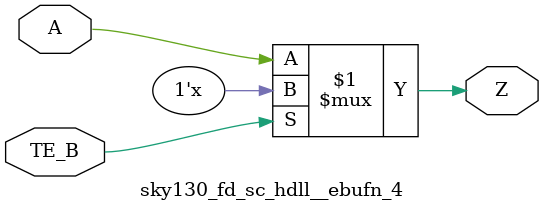
<source format=v>
/*
 * Copyright 2020 The SkyWater PDK Authors
 *
 * Licensed under the Apache License, Version 2.0 (the "License");
 * you may not use this file except in compliance with the License.
 * You may obtain a copy of the License at
 *
 *     https://www.apache.org/licenses/LICENSE-2.0
 *
 * Unless required by applicable law or agreed to in writing, software
 * distributed under the License is distributed on an "AS IS" BASIS,
 * WITHOUT WARRANTIES OR CONDITIONS OF ANY KIND, either express or implied.
 * See the License for the specific language governing permissions and
 * limitations under the License.
 *
 * SPDX-License-Identifier: Apache-2.0
*/


`ifndef SKY130_FD_SC_HDLL__EBUFN_4_FUNCTIONAL_V
`define SKY130_FD_SC_HDLL__EBUFN_4_FUNCTIONAL_V

/**
 * ebufn: Tri-state buffer, negative enable.
 *
 * Verilog simulation functional model.
 */

`timescale 1ns / 1ps
`default_nettype none

`celldefine
module sky130_fd_sc_hdll__ebufn_4 (
    Z   ,
    A   ,
    TE_B
);

    // Module ports
    output Z   ;
    input  A   ;
    input  TE_B;

    //     Name     Output  Other arguments
    bufif0 bufif00 (Z     , A, TE_B        );

endmodule
`endcelldefine

`default_nettype wire
`endif  // SKY130_FD_SC_HDLL__EBUFN_4_FUNCTIONAL_V

</source>
